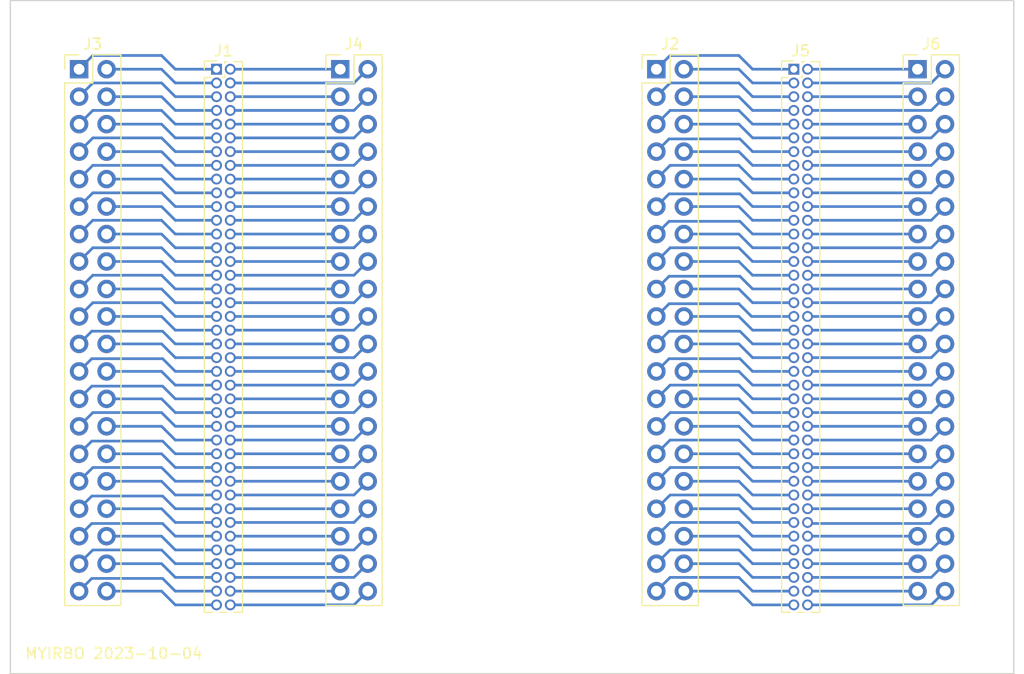
<source format=kicad_pcb>
(kicad_pcb (version 20221018) (generator pcbnew)
  (layers (0 "F.Cu" signal) (31 "B.Cu" signal) (34 "B.Paste" user) (35 "F.Paste" user) (36 "B.SilkS" user "B.Silkscreen") (37 "F.SilkS" user "F.Silkscreen") (38 "B.Mask" user) (39 "F.Mask" user) (44 "Edge.Cuts" user))
  (net 0 "")
  (net 1 "Net-(J1-Pin_1)")
  (net 2 "Net-(J1-Pin_2)")
  (net 3 "Net-(J1-Pin_7)")
  (net 4 "Net-(J1-Pin_3)")
  (net 5 "Net-(J1-Pin_4)")
  (net 6 "Net-(J1-Pin_9)")
  (net 7 "Net-(J1-Pin_5)")
  (net 8 "Net-(J1-Pin_11)")
  (net 9 "Net-(J1-Pin_6)")
  (net 10 "Net-(J1-Pin_13)")
  (net 11 "Net-(J1-Pin_8)")
  (net 12 "Net-(J1-Pin_16)")
  (net 13 "Net-(J1-Pin_10)")
  (net 14 "Net-(J1-Pin_12)")
  (net 15 "Net-(J1-Pin_17)")
  (net 16 "Net-(J1-Pin_18)")
  (net 17 "Net-(J1-Pin_19)")
  (net 18 "Net-(J1-Pin_20)")
  (net 19 "Net-(J1-Pin_21)")
  (net 20 "Net-(J1-Pin_22)")
  (net 21 "Net-(J1-Pin_23)")
  (net 22 "Net-(J1-Pin_26)")
  (net 23 "Net-(J1-Pin_27)")
  (net 24 "Net-(J1-Pin_28)")
  (net 25 "Net-(J1-Pin_29)")
  (net 26 "Net-(J1-Pin_30)")
  (net 27 "Net-(J1-Pin_31)")
  (net 28 "Net-(J1-Pin_32)")
  (net 29 "Net-(J1-Pin_33)")
  (net 30 "Net-(J1-Pin_36)")
  (net 31 "Net-(J1-Pin_37)")
  (net 32 "Net-(J1-Pin_38)")
  (net 33 "Net-(J1-Pin_39)")
  (net 34 "Net-(J1-Pin_40)")
  (net 35 "Net-(J1-Pin_41)")
  (net 36 "Net-(J1-Pin_42)")
  (net 37 "Net-(J1-Pin_43)")
  (net 38 "Net-(J1-Pin_45)")
  (net 39 "Net-(J1-Pin_47)")
  (net 40 "Net-(J1-Pin_14)")
  (net 41 "Net-(J1-Pin_76)")
  (net 42 "Net-(J1-Pin_78)")
  (net 43 "Net-(J1-Pin_80)")
  (net 44 "Net-(J2-Pin_7)")
  (net 45 "Net-(J2-Pin_9)")
  (net 46 "Net-(J2-Pin_11)")
  (net 47 "Net-(J2-Pin_13)")
  (net 48 "Net-(J2-Pin_16)")
  (net 49 "Net-(J2-Pin_17)")
  (net 50 "Net-(J2-Pin_18)")
  (net 51 "Net-(J2-Pin_19)")
  (net 52 "Net-(J2-Pin_20)")
  (net 53 "Net-(J2-Pin_21)")
  (net 54 "Net-(J2-Pin_22)")
  (net 55 "Net-(J2-Pin_23)")
  (net 56 "Net-(J2-Pin_26)")
  (net 57 "Net-(J2-Pin_27)")
  (net 58 "Net-(J2-Pin_28)")
  (net 59 "Net-(J2-Pin_29)")
  (net 60 "Net-(J2-Pin_30)")
  (net 61 "Net-(J2-Pin_31)")
  (net 62 "Net-(J2-Pin_32)")
  (net 63 "Net-(J2-Pin_33)")
  (net 64 "Net-(J2-Pin_36)")
  (net 65 "Net-(J2-Pin_37)")
  (net 66 "Net-(J2-Pin_38)")
  (net 67 "Net-(J2-Pin_39)")
  (net 68 "Net-(J2-Pin_40)")
  (net 69 "Net-(J1-Pin_15)")
  (net 70 "Net-(J1-Pin_24)")
  (net 71 "Net-(J1-Pin_25)")
  (net 72 "Net-(J1-Pin_34)")
  (net 73 "Net-(J1-Pin_35)")
  (net 74 "Net-(J1-Pin_44)")
  (net 75 "Net-(J1-Pin_46)")
  (net 76 "Net-(J1-Pin_48)")
  (net 77 "Net-(J1-Pin_49)")
  (net 78 "Net-(J1-Pin_50)")
  (net 79 "Net-(J1-Pin_51)")
  (net 80 "Net-(J1-Pin_52)")
  (net 81 "Net-(J1-Pin_53)")
  (net 82 "Net-(J1-Pin_54)")
  (net 83 "Net-(J1-Pin_55)")
  (net 84 "Net-(J1-Pin_56)")
  (net 85 "Net-(J1-Pin_57)")
  (net 86 "Net-(J1-Pin_58)")
  (net 87 "Net-(J1-Pin_59)")
  (net 88 "Net-(J1-Pin_60)")
  (net 89 "Net-(J1-Pin_61)")
  (net 90 "Net-(J1-Pin_62)")
  (net 91 "Net-(J1-Pin_63)")
  (net 92 "Net-(J1-Pin_64)")
  (net 93 "Net-(J1-Pin_65)")
  (net 94 "Net-(J1-Pin_66)")
  (net 95 "Net-(J1-Pin_67)")
  (net 96 "Net-(J1-Pin_68)")
  (net 97 "Net-(J1-Pin_69)")
  (net 98 "Net-(J1-Pin_70)")
  (net 99 "Net-(J1-Pin_71)")
  (net 100 "Net-(J1-Pin_72)")
  (net 101 "Net-(J1-Pin_73)")
  (net 102 "Net-(J1-Pin_74)")
  (net 103 "Net-(J1-Pin_75)")
  (net 104 "Net-(J1-Pin_77)")
  (net 105 "Net-(J1-Pin_79)")
  (net 106 "Net-(J2-Pin_1)")
  (net 107 "Net-(J2-Pin_2)")
  (net 108 "Net-(J2-Pin_3)")
  (net 109 "Net-(J2-Pin_4)")
  (net 110 "Net-(J2-Pin_5)")
  (net 111 "Net-(J2-Pin_6)")
  (net 112 "Net-(J2-Pin_8)")
  (net 113 "Net-(J2-Pin_10)")
  (net 114 "Net-(J2-Pin_12)")
  (net 115 "Net-(J2-Pin_14)")
  (net 116 "Net-(J2-Pin_15)")
  (net 117 "Net-(J2-Pin_24)")
  (net 118 "Net-(J2-Pin_25)")
  (net 119 "Net-(J2-Pin_34)")
  (net 120 "Net-(J2-Pin_35)")
  (net 121 "Net-(J5-Pin_2)")
  (net 122 "Net-(J5-Pin_4)")
  (net 123 "Net-(J5-Pin_6)")
  (net 124 "Net-(J5-Pin_8)")
  (net 125 "Net-(J5-Pin_10)")
  (net 126 "Net-(J5-Pin_12)")
  (net 127 "Net-(J5-Pin_14)")
  (net 128 "Net-(J5-Pin_16)")
  (net 129 "Net-(J5-Pin_18)")
  (net 130 "Net-(J5-Pin_20)")
  (net 131 "Net-(J5-Pin_22)")
  (net 132 "Net-(J5-Pin_24)")
  (net 133 "Net-(J5-Pin_26)")
  (net 134 "Net-(J5-Pin_28)")
  (net 135 "Net-(J5-Pin_30)")
  (net 136 "Net-(J5-Pin_32)")
  (net 137 "Net-(J5-Pin_34)")
  (net 138 "Net-(J5-Pin_36)")
  (net 139 "Net-(J5-Pin_38)")
  (net 140 "Net-(J5-Pin_40)")
  (net 141 "Net-(J5-Pin_42)")
  (net 142 "Net-(J5-Pin_44)")
  (net 143 "Net-(J5-Pin_46)")
  (net 144 "Net-(J5-Pin_48)")
  (net 145 "Net-(J5-Pin_50)")
  (net 146 "Net-(J5-Pin_52)")
  (net 147 "Net-(J5-Pin_54)")
  (net 148 "Net-(J5-Pin_56)")
  (net 149 "Net-(J5-Pin_58)")
  (net 150 "Net-(J5-Pin_60)")
  (net 151 "Net-(J5-Pin_62)")
  (net 152 "Net-(J5-Pin_64)")
  (net 153 "Net-(J5-Pin_66)")
  (net 154 "Net-(J5-Pin_68)")
  (net 155 "Net-(J5-Pin_70)")
  (net 156 "Net-(J5-Pin_72)")
  (net 157 "Net-(J5-Pin_74)")
  (net 158 "Net-(J5-Pin_76)")
  (net 159 "Net-(J5-Pin_78)")
  (net 160 "Net-(J5-Pin_80)")
  (footprint "Connector_PinHeader_2.54mm:PinHeader_2x20_P2.54mm_Vertical" (layer "F.Cu") (at 6.35 6.35)
    (fp_text reference "J3")
    (fp_text value "Conn_02x20_Odd_Even")
  )
  (footprint "Connector_PinHeader_2.54mm:PinHeader_2x20_P2.54mm_Vertical" (layer "F.Cu") (at 30.48 6.35)
    (fp_text reference "J4")
    (fp_text value "Conn_02x20_Odd_Even")
  )
  (footprint "Connector_PinHeader_1.27mm:PinHeader_2x40_P1.27mm_Vertical" (layer "F.Cu") (at 19.05 6.35)
    (fp_text reference "J1")
    (fp_text value "Conn_02x40_Odd_Even")
  )
  (footprint "Connector_PinHeader_2.54mm:PinHeader_2x20_P2.54mm_Vertical" (layer "F.Cu") (at 83.82 6.35)
    (fp_text reference "J6")
    (fp_text value "Conn_02x20_Odd_Even")
  )
  (footprint "Connector_PinHeader_2.54mm:PinHeader_2x20_P2.54mm_Vertical" (layer "F.Cu") (at 59.69 6.35)
    (fp_text reference "J2")
    (fp_text value "Conn_02x20_Odd_Even")
  )
  (footprint "Connector_PinHeader_1.27mm:PinHeader_2x40_P1.27mm_Vertical" (layer "F.Cu") (at 72.39 6.35)
    (fp_text reference "J5")
    (fp_text value "Conn_02x40_Odd_Even")
  )
  (gr_line (start 92.71 62.23) (end 0 62.23) (stroke (width 0.1)) (layer "Edge.Cuts"))
  (gr_line (start 0 62.23) (end 0 0) (stroke (width 0.1)) (layer "Edge.Cuts"))
  (gr_line (start 0 0) (end 92.71 0) (stroke (width 0.1)) (layer "Edge.Cuts"))
  (gr_rect (start 0 0) (end 92.71 62.23) (stroke (width 0.1)) (fill none) (layer "Edge.Cuts"))
  (gr_line (start 92.71 0) (end 92.71 62.23) (stroke (width 0.1)) (layer "Edge.Cuts"))
  (gr_text "MYIRBO 2023-10-04" (at 1.27 60.96) (layer "F.SilkS") (effects (font (size 1 1)) (justify left bottom)))
  (segment (start 15.24 6.35) (end 19.05 6.35) (width 0.25) (layer "B.Cu") (net 1))
  (segment (start 7.62 5.08) (end 13.97 5.08) (width 0.25) (layer "B.Cu") (net 1))
  (segment (start 13.97 5.08) (end 15.24 6.35) (width 0.25) (layer "B.Cu") (net 1))
  (segment (start 6.35 6.35) (end 7.62 5.08) (width 0.25) (layer "B.Cu") (net 1))
  (segment (start 20.32 6.35) (end 30.48 6.35) (width 0.25) (layer "B.Cu") (net 2))
  (segment (start 15.24 10.16) (end 19.05 10.16) (width 0.25) (layer "B.Cu") (net 3))
  (segment (start 13.97 8.89) (end 15.24 10.16) (width 0.25) (layer "B.Cu") (net 3))
  (segment (start 8.89 8.89) (end 13.97 8.89) (width 0.25) (layer "B.Cu") (net 3))
  (segment (start 8.89 6.35) (end 13.97 6.35) (width 0.25) (layer "B.Cu") (net 4))
  (segment (start 15.24 7.62) (end 19.05 7.62) (width 0.25) (layer "B.Cu") (net 4))
  (segment (start 13.97 6.35) (end 15.24 7.62) (width 0.25) (layer "B.Cu") (net 4))
  (segment (start 31.75 7.62) (end 20.32 7.62) (width 0.25) (layer "B.Cu") (net 5))
  (segment (start 33.02 6.35) (end 31.75 7.62) (width 0.25) (layer "B.Cu") (net 5))
  (segment (start 15.24 11.43) (end 19.05 11.43) (width 0.25) (layer "B.Cu") (net 6))
  (segment (start 7.62 10.16) (end 13.97 10.16) (width 0.25) (layer "B.Cu") (net 6))
  (segment (start 6.35 11.43) (end 7.62 10.16) (width 0.25) (layer "B.Cu") (net 6))
  (segment (start 13.97 10.16) (end 15.24 11.43) (width 0.25) (layer "B.Cu") (net 6))
  (segment (start 13.97 7.62) (end 15.24 8.89) (width 0.25) (layer "B.Cu") (net 7))
  (segment (start 6.35 8.89) (end 7.62 7.62) (width 0.25) (layer "B.Cu") (net 7))
  (segment (start 15.24 8.89) (end 19.05 8.89) (width 0.25) (layer "B.Cu") (net 7))
  (segment (start 7.62 7.62) (end 13.97 7.62) (width 0.25) (layer "B.Cu") (net 7))
  (segment (start 15.24 12.7) (end 19.05 12.7) (width 0.25) (layer "B.Cu") (net 8))
  (segment (start 13.97 11.43) (end 15.24 12.7) (width 0.25) (layer "B.Cu") (net 8))
  (segment (start 8.89 11.43) (end 13.97 11.43) (width 0.25) (layer "B.Cu") (net 8))
  (segment (start 20.32 8.89) (end 30.48 8.89) (width 0.25) (layer "B.Cu") (net 9))
  (segment (start 6.35 13.97) (end 7.62 12.7) (width 0.25) (layer "B.Cu") (net 10))
  (segment (start 15.24 13.97) (end 19.05 13.97) (width 0.25) (layer "B.Cu") (net 10))
  (segment (start 13.97 12.7) (end 15.24 13.97) (width 0.25) (layer "B.Cu") (net 10))
  (segment (start 7.62 12.7) (end 13.97 12.7) (width 0.25) (layer "B.Cu") (net 10))
  (segment (start 33.02 8.89) (end 31.75 10.16) (width 0.25) (layer "B.Cu") (net 11))
  (segment (start 31.75 10.16) (end 20.32 10.16) (width 0.25) (layer "B.Cu") (net 11))
  (segment (start 33.02 13.97) (end 31.75 15.24) (width 0.25) (layer "B.Cu") (net 12))
  (segment (start 31.75 15.24) (end 20.32 15.24) (width 0.25) (layer "B.Cu") (net 12))
  (segment (start 20.32 11.43) (end 30.48 11.43) (width 0.25) (layer "B.Cu") (net 13))
  (segment (start 31.75 12.7) (end 20.32 12.7) (width 0.25) (layer "B.Cu") (net 14))
  (segment (start 33.02 11.43) (end 31.75 12.7) (width 0.25) (layer "B.Cu") (net 14))
  (segment (start 7.62 15.24) (end 13.97 15.24) (width 0.25) (layer "B.Cu") (net 15))
  (segment (start 13.97 15.24) (end 15.24 16.51) (width 0.25) (layer "B.Cu") (net 15))
  (segment (start 15.24 16.51) (end 19.05 16.51) (width 0.25) (layer "B.Cu") (net 15))
  (segment (start 6.35 16.51) (end 7.62 15.24) (width 0.25) (layer "B.Cu") (net 15))
  (segment (start 20.32 16.51) (end 30.48 16.51) (width 0.25) (layer "B.Cu") (net 16))
  (segment (start 13.97 16.51) (end 15.24 17.78) (width 0.25) (layer "B.Cu") (net 17))
  (segment (start 8.89 16.51) (end 13.97 16.51) (width 0.25) (layer "B.Cu") (net 17))
  (segment (start 15.24 17.78) (end 19.05 17.78) (width 0.25) (layer "B.Cu") (net 17))
  (segment (start 31.75 17.78) (end 20.32 17.78) (width 0.25) (layer "B.Cu") (net 18))
  (segment (start 33.02 16.51) (end 31.75 17.78) (width 0.25) (layer "B.Cu") (net 18))
  (segment (start 15.24 19.05) (end 19.05 19.05) (width 0.25) (layer "B.Cu") (net 19))
  (segment (start 7.62 17.78) (end 13.97 17.78) (width 0.25) (layer "B.Cu") (net 19))
  (segment (start 13.97 17.78) (end 15.24 19.05) (width 0.25) (layer "B.Cu") (net 19))
  (segment (start 6.35 19.05) (end 7.62 17.78) (width 0.25) (layer "B.Cu") (net 19))
  (segment (start 20.32 19.05) (end 30.48 19.05) (width 0.25) (layer "B.Cu") (net 20))
  (segment (start 13.97 19.05) (end 15.24 20.32) (width 0.25) (layer "B.Cu") (net 21))
  (segment (start 8.89 19.05) (end 13.97 19.05) (width 0.25) (layer "B.Cu") (net 21))
  (segment (start 15.24 20.32) (end 19.05 20.32) (width 0.25) (layer "B.Cu") (net 21))
  (segment (start 20.32 21.59) (end 30.48 21.59) (width 0.25) (layer "B.Cu") (net 22))
  (segment (start 8.89 21.59) (end 13.97 21.59) (width 0.25) (layer "B.Cu") (net 23))
  (segment (start 15.24 22.86) (end 19.05 22.86) (width 0.25) (layer "B.Cu") (net 23))
  (segment (start 13.97 21.59) (end 15.24 22.86) (width 0.25) (layer "B.Cu") (net 23))
  (segment (start 33.02 21.59) (end 31.75 22.86) (width 0.25) (layer "B.Cu") (net 24))
  (segment (start 31.75 22.86) (end 20.32 22.86) (width 0.25) (layer "B.Cu") (net 24))
  (segment (start 6.35 24.13) (end 7.62 22.86) (width 0.25) (layer "B.Cu") (net 25))
  (segment (start 7.62 22.86) (end 13.97 22.86) (width 0.25) (layer "B.Cu") (net 25))
  (segment (start 13.97 22.86) (end 15.24 24.13) (width 0.25) (layer "B.Cu") (net 25))
  (segment (start 15.24 24.13) (end 19.05 24.13) (width 0.25) (layer "B.Cu") (net 25))
  (segment (start 20.32 24.13) (end 30.48 24.13) (width 0.25) (layer "B.Cu") (net 26))
  (segment (start 13.97 24.13) (end 15.24 25.4) (width 0.25) (layer "B.Cu") (net 27))
  (segment (start 15.24 25.4) (end 19.05 25.4) (width 0.25) (layer "B.Cu") (net 27))
  (segment (start 8.89 24.13) (end 13.97 24.13) (width 0.25) (layer "B.Cu") (net 27))
  (segment (start 33.02 24.13) (end 31.75 25.4) (width 0.25) (layer "B.Cu") (net 28))
  (segment (start 31.75 25.4) (end 20.32 25.4) (width 0.25) (layer "B.Cu") (net 28))
  (segment (start 6.35 26.67) (end 7.62 25.4) (width 0.25) (layer "B.Cu") (net 29))
  (segment (start 7.62 25.4) (end 13.97 25.4) (width 0.25) (layer "B.Cu") (net 29))
  (segment (start 13.97 25.4) (end 15.24 26.67) (width 0.25) (layer "B.Cu") (net 29))
  (segment (start 15.24 26.67) (end 19.05 26.67) (width 0.25) (layer "B.Cu") (net 29))
  (segment (start 33.02 26.67) (end 31.75 27.94) (width 0.25) (layer "B.Cu") (net 30))
  (segment (start 31.75 27.94) (end 20.32 27.94) (width 0.25) (layer "B.Cu") (net 30))
  (segment (start 13.97 27.94) (end 15.24 29.21) (width 0.25) (layer "B.Cu") (net 31))
  (segment (start 7.62 27.94) (end 13.97 27.94) (width 0.25) (layer "B.Cu") (net 31))
  (segment (start 6.35 29.21) (end 7.62 27.94) (width 0.25) (layer "B.Cu") (net 31))
  (segment (start 15.24 29.21) (end 19.05 29.21) (width 0.25) (layer "B.Cu") (net 31))
  (segment (start 20.32 29.21) (end 30.48 29.21) (width 0.25) (layer "B.Cu") (net 32))
  (segment (start 8.89 29.21) (end 13.97 29.21) (width 0.25) (layer "B.Cu") (net 33))
  (segment (start 15.24 30.48) (end 19.05 30.48) (width 0.25) (layer "B.Cu") (net 33))
  (segment (start 13.97 29.21) (end 15.24 30.48) (width 0.25) (layer "B.Cu") (net 33))
  (segment (start 33.02 29.21) (end 31.75 30.48) (width 0.25) (layer "B.Cu") (net 34))
  (segment (start 31.75 30.48) (end 20.32 30.48) (width 0.25) (layer "B.Cu") (net 34))
  (segment (start 15.24 31.75) (end 19.05 31.75) (width 0.25) (layer "B.Cu") (net 35))
  (segment (start 14.065 30.575) (end 15.24 31.75) (width 0.25) (layer "B.Cu") (net 35))
  (segment (start 7.525 30.575) (end 14.065 30.575) (width 0.25) (layer "B.Cu") (net 35))
  (segment (start 6.35 31.75) (end 7.525 30.575) (width 0.25) (layer "B.Cu") (net 35))
  (segment (start 20.32 31.75) (end 30.48 31.75) (width 0.25) (layer "B.Cu") (net 36))
  (segment (start 15.24 33.02) (end 19.05 33.02) (width 0.25) (layer "B.Cu") (net 37))
  (segment (start 8.89 31.75) (end 13.97 31.75) (width 0.25) (layer "B.Cu") (net 37))
  (segment (start 13.97 31.75) (end 15.24 33.02) (width 0.25) (layer "B.Cu") (net 37))
  (segment (start 14.065 33.115) (end 15.24 34.29) (width 0.25) (layer "B.Cu") (net 38))
  (segment (start 6.35 34.29) (end 7.525 33.115) (width 0.25) (layer "B.Cu") (net 38))
  (segment (start 15.24 34.29) (end 19.05 34.29) (width 0.25) (layer "B.Cu") (net 38))
  (segment (start 7.525 33.115) (end 14.065 33.115) (width 0.25) (layer "B.Cu") (net 38))
  (segment (start 13.97 34.29) (end 15.24 35.56) (width 0.25) (layer "B.Cu") (net 39))
  (segment (start 15.24 35.56) (end 19.05 35.56) (width 0.25) (layer "B.Cu") (net 39))
  (segment (start 8.89 34.29) (end 13.97 34.29) (width 0.25) (layer "B.Cu") (net 39))
  (segment (start 20.32 13.97) (end 30.48 13.97) (width 0.25) (layer "B.Cu") (net 40))
  (segment (start 33.02 52.07) (end 31.75 53.34) (width 0.25) (layer "B.Cu") (net 41))
  (segment (start 31.75 53.34) (end 20.32 53.34) (width 0.25) (layer "B.Cu") (net 41))
  (segment (start 20.32 54.61) (end 30.48 54.61) (width 0.25) (layer "B.Cu") (net 42))
  (segment (start 31.75 55.88) (end 20.32 55.88) (width 0.25) (layer "B.Cu") (net 43))
  (segment (start 33.02 54.61) (end 31.75 55.88) (width 0.25) (layer "B.Cu") (net 43))
  (segment (start 60.865 12.795) (end 67.405 12.795) (width 0.25) (layer "B.Cu") (net 44))
  (segment (start 67.405 12.795) (end 68.58 13.97) (width 0.25) (layer "B.Cu") (net 44))
  (segment (start 68.58 13.97) (end 72.39 13.97) (width 0.25) (layer "B.Cu") (net 44))
  (segment (start 59.69 13.97) (end 60.865 12.795) (width 0.25) (layer "B.Cu") (net 44))
  (segment (start 59.69 16.51) (end 60.96 15.24) (width 0.25) (layer "B.Cu") (net 45))
  (segment (start 67.31 15.24) (end 68.58 16.51) (width 0.25) (layer "B.Cu") (net 45))
  (segment (start 60.96 15.24) (end 67.31 15.24) (width 0.25) (layer "B.Cu") (net 45))
  (segment (start 68.58 16.51) (end 72.39 16.51) (width 0.25) (layer "B.Cu") (net 45))
  (segment (start 68.58 19.05) (end 72.39 19.05) (width 0.25) (layer "B.Cu") (net 46))
  (segment (start 60.865 17.875) (end 67.405 17.875) (width 0.25) (layer "B.Cu") (net 46))
  (segment (start 59.69 19.05) (end 60.865 17.875) (width 0.25) (layer "B.Cu") (net 46))
  (segment (start 67.405 17.875) (end 68.58 19.05) (width 0.25) (layer "B.Cu") (net 46))
  (segment (start 68.58 21.59) (end 72.39 21.59) (width 0.25) (layer "B.Cu") (net 47))
  (segment (start 67.405 20.415) (end 68.58 21.59) (width 0.25) (layer "B.Cu") (net 47))
  (segment (start 60.865 20.415) (end 67.405 20.415) (width 0.25) (layer "B.Cu") (net 47))
  (segment (start 59.69 21.59) (end 60.865 20.415) (width 0.25) (layer "B.Cu") (net 47))
  (segment (start 67.31 24.13) (end 62.23 24.13) (width 0.25) (layer "B.Cu") (net 48))
  (segment (start 72.39 25.4) (end 68.58 25.4) (width 0.25) (layer "B.Cu") (net 48))
  (segment (start 68.58 25.4) (end 67.31 24.13) (width 0.25) (layer "B.Cu") (net 48))
  (segment (start 59.69 26.67) (end 60.865 25.495) (width 0.25) (layer "B.Cu") (net 49))
  (segment (start 60.865 25.495) (end 67.405 25.495) (width 0.25) (layer "B.Cu") (net 49))
  (segment (start 67.405 25.495) (end 68.58 26.67) (width 0.25) (layer "B.Cu") (net 49))
  (segment (start 68.58 26.67) (end 72.39 26.67) (width 0.25) (layer "B.Cu") (net 49))
  (segment (start 68.58 27.94) (end 72.39 27.94) (width 0.25) (layer "B.Cu") (net 50))
  (segment (start 62.23 26.67) (end 67.31 26.67) (width 0.25) (layer "B.Cu") (net 50))
  (segment (start 67.31 26.67) (end 68.58 27.94) (width 0.25) (layer "B.Cu") (net 50))
  (segment (start 60.865 28.035) (end 67.31 28.035) (width 0.25) (layer "B.Cu") (net 51))
  (segment (start 68.485 29.21) (end 72.39 29.21) (width 0.25) (layer "B.Cu") (net 51))
  (segment (start 59.69 29.21) (end 60.865 28.035) (width 0.25) (layer "B.Cu") (net 51))
  (segment (start 67.31 28.035) (end 68.485 29.21) (width 0.25) (layer "B.Cu") (net 51))
  (segment (start 67.31 29.21) (end 62.23 29.21) (width 0.25) (layer "B.Cu") (net 52))
  (segment (start 72.39 30.48) (end 68.58 30.48) (width 0.25) (layer "B.Cu") (net 52))
  (segment (start 68.58 30.48) (end 67.31 29.21) (width 0.25) (layer "B.Cu") (net 52))
  (segment (start 68.58 31.75) (end 72.39 31.75) (width 0.25) (layer "B.Cu") (net 53))
  (segment (start 60.865 30.575) (end 67.405 30.575) (width 0.25) (layer "B.Cu") (net 53))
  (segment (start 67.405 30.575) (end 68.58 31.75) (width 0.25) (layer "B.Cu") (net 53))
  (segment (start 59.69 31.75) (end 60.865 30.575) (width 0.25) (layer "B.Cu") (net 53))
  (segment (start 68.58 33.02) (end 72.39 33.02) (width 0.25) (layer "B.Cu") (net 54))
  (segment (start 62.23 31.75) (end 67.31 31.75) (width 0.25) (layer "B.Cu") (net 54))
  (segment (start 67.31 31.75) (end 68.58 33.02) (width 0.25) (layer "B.Cu") (net 54))
  (segment (start 68.58 34.29) (end 72.39 34.29) (width 0.25) (layer "B.Cu") (net 55))
  (segment (start 67.405 33.115) (end 68.58 34.29) (width 0.25) (layer "B.Cu") (net 55))
  (segment (start 60.865 33.115) (end 67.405 33.115) (width 0.25) (layer "B.Cu") (net 55))
  (segment (start 59.69 34.29) (end 60.865 33.115) (width 0.25) (layer "B.Cu") (net 55))
  (segment (start 68.58 38.1) (end 72.39 38.1) (width 0.25) (layer "B.Cu") (net 56))
  (segment (start 62.23 36.83) (end 67.31 36.83) (width 0.25) (layer "B.Cu") (net 56))
  (segment (start 67.31 36.83) (end 68.58 38.1) (width 0.25) (layer "B.Cu") (net 56))
  (segment (start 67.31 38.1) (end 68.58 39.37) (width 0.25) (layer "B.Cu") (net 57))
  (segment (start 68.58 39.37) (end 72.39 39.37) (width 0.25) (layer "B.Cu") (net 57))
  (segment (start 60.96 38.1) (end 67.31 38.1) (width 0.25) (layer "B.Cu") (net 57))
  (segment (start 59.69 39.37) (end 60.96 38.1) (width 0.25) (layer "B.Cu") (net 57))
  (segment (start 68.58 40.64) (end 67.31 39.37) (width 0.25) (layer "B.Cu") (net 58))
  (segment (start 67.31 39.37) (end 62.23 39.37) (width 0.25) (layer "B.Cu") (net 58))
  (segment (start 72.39 40.64) (end 68.58 40.64) (width 0.25) (layer "B.Cu") (net 58))
  (segment (start 60.96 40.64) (end 67.31 40.64) (width 0.25) (layer "B.Cu") (net 59))
  (segment (start 68.58 41.91) (end 72.39 41.91) (width 0.25) (layer "B.Cu") (net 59))
  (segment (start 59.69 41.91) (end 60.96 40.64) (width 0.25) (layer "B.Cu") (net 59))
  (segment (start 67.31 40.64) (end 68.58 41.91) (width 0.25) (layer "B.Cu") (net 59))
  (segment (start 68.58 43.18) (end 72.39 43.18) (width 0.25) (layer "B.Cu") (net 60))
  (segment (start 62.23 41.91) (end 67.31 41.91) (width 0.25) (layer "B.Cu") (net 60))
  (segment (start 67.31 41.91) (end 68.58 43.18) (width 0.25) (layer "B.Cu") (net 60))
  (segment (start 67.31 43.18) (end 68.58 44.45) (width 0.25) (layer "B.Cu") (net 61))
  (segment (start 59.69 44.45) (end 60.96 43.18) (width 0.25) (layer "B.Cu") (net 61))
  (segment (start 60.96 43.18) (end 67.31 43.18) (width 0.25) (layer "B.Cu") (net 61))
  (segment (start 68.58 44.45) (end 72.39 44.45) (width 0.25) (layer "B.Cu") (net 61))
  (segment (start 67.31 44.45) (end 62.23 44.45) (width 0.25) (layer "B.Cu") (net 62))
  (segment (start 72.39 45.72) (end 68.58 45.72) (width 0.25) (layer "B.Cu") (net 62))
  (segment (start 68.58 45.72) (end 67.31 44.45) (width 0.25) (layer "B.Cu") (net 62))
  (segment (start 67.31 45.72) (end 68.58 46.99) (width 0.25) (layer "B.Cu") (net 63))
  (segment (start 60.96 45.72) (end 67.31 45.72) (width 0.25) (layer "B.Cu") (net 63))
  (segment (start 59.69 46.99) (end 60.96 45.72) (width 0.25) (layer "B.Cu") (net 63))
  (segment (start 68.58 46.99) (end 72.39 46.99) (width 0.25) (layer "B.Cu") (net 63))
  (segment (start 68.58 50.8) (end 67.31 49.53) (width 0.25) (layer "B.Cu") (net 64))
  (segment (start 67.31 49.53) (end 62.23 49.53) (width 0.25) (layer "B.Cu") (net 64))
  (segment (start 72.39 50.8) (end 68.58 50.8) (width 0.25) (layer "B.Cu") (net 64))
  (segment (start 59.69 52.07) (end 60.96 50.8) (width 0.25) (layer "B.Cu") (net 65))
  (segment (start 67.31 50.8) (end 68.58 52.07) (width 0.25) (layer "B.Cu") (net 65))
  (segment (start 68.58 52.07) (end 72.39 52.07) (width 0.25) (layer "B.Cu") (net 65))
  (segment (start 60.96 50.8) (end 67.31 50.8) (width 0.25) (layer "B.Cu") (net 65))
  (segment (start 67.31 52.07) (end 68.58 53.34) (width 0.25) (layer "B.Cu") (net 66))
  (segment (start 68.58 53.34) (end 72.39 53.34) (width 0.25) (layer "B.Cu") (net 66))
  (segment (start 62.23 52.07) (end 67.31 52.07) (width 0.25) (layer "B.Cu") (net 66))
  (segment (start 60.96 53.34) (end 67.31 53.34) (width 0.25) (layer "B.Cu") (net 67))
  (segment (start 67.31 53.34) (end 68.58 54.61) (width 0.25) (layer "B.Cu") (net 67))
  (segment (start 59.69 54.61) (end 60.96 53.34) (width 0.25) (layer "B.Cu") (net 67))
  (segment (start 68.58 54.61) (end 72.39 54.61) (width 0.25) (layer "B.Cu") (net 67))
  (segment (start 67.31 54.61) (end 62.23 54.61) (width 0.25) (layer "B.Cu") (net 68))
  (segment (start 68.58 55.88) (end 67.31 54.61) (width 0.25) (layer "B.Cu") (net 68))
  (segment (start 72.39 55.88) (end 68.58 55.88) (width 0.25) (layer "B.Cu") (net 68))
  (segment (start 15.24 15.24) (end 19.05 15.24) (width 0.25) (layer "B.Cu") (net 69))
  (segment (start 13.97 13.97) (end 15.24 15.24) (width 0.25) (layer "B.Cu") (net 69))
  (segment (start 8.89 13.97) (end 13.97 13.97) (width 0.25) (layer "B.Cu") (net 69))
  (segment (start 33.02 19.05) (end 31.75 20.32) (width 0.25) (layer "B.Cu") (net 70))
  (segment (start 31.75 20.32) (end 20.32 20.32) (width 0.25) (layer "B.Cu") (net 70))
  (segment (start 6.35 21.59) (end 7.62 20.32) (width 0.25) (layer "B.Cu") (net 71))
  (segment (start 7.62 20.32) (end 13.97 20.32) (width 0.25) (layer "B.Cu") (net 71))
  (segment (start 13.97 20.32) (end 15.24 21.59) (width 0.25) (layer "B.Cu") (net 71))
  (segment (start 15.24 21.59) (end 19.05 21.59) (width 0.25) (layer "B.Cu") (net 71))
  (segment (start 20.32 26.67) (end 30.48 26.67) (width 0.25) (layer "B.Cu") (net 72))
  (segment (start 8.89 26.67) (end 13.97 26.67) (width 0.25) (layer "B.Cu") (net 73))
  (segment (start 13.97 26.67) (end 15.24 27.94) (width 0.25) (layer "B.Cu") (net 73))
  (segment (start 15.24 27.94) (end 19.05 27.94) (width 0.25) (layer "B.Cu") (net 73))
  (segment (start 31.75 33.02) (end 20.32 33.02) (width 0.25) (layer "B.Cu") (net 74))
  (segment (start 33.02 31.75) (end 31.75 33.02) (width 0.25) (layer "B.Cu") (net 74))
  (segment (start 20.32 34.29) (end 30.48 34.29) (width 0.25) (layer "B.Cu") (net 75))
  (segment (start 31.75 35.56) (end 20.32 35.56) (width 0.25) (layer "B.Cu") (net 76))
  (segment (start 33.02 34.29) (end 31.75 35.56) (width 0.25) (layer "B.Cu") (net 76))
  (segment (start 14.065 35.655) (end 15.24 36.83) (width 0.25) (layer "B.Cu") (net 77))
  (segment (start 7.525 35.655) (end 14.065 35.655) (width 0.25) (layer "B.Cu") (net 77))
  (segment (start 6.35 36.83) (end 7.525 35.655) (width 0.25) (layer "B.Cu") (net 77))
  (segment (start 15.24 36.83) (end 19.05 36.83) (width 0.25) (layer "B.Cu") (net 77))
  (segment (start 20.32 36.83) (end 30.48 36.83) (width 0.25) (layer "B.Cu") (net 78))
  (segment (start 13.97 36.83) (end 15.24 38.1) (width 0.25) (layer "B.Cu") (net 79))
  (segment (start 15.24 38.1) (end 19.05 38.1) (width 0.25) (layer "B.Cu") (net 79))
  (segment (start 8.89 36.83) (end 13.97 36.83) (width 0.25) (layer "B.Cu") (net 79))
  (segment (start 31.75 38.1) (end 20.32 38.1) (width 0.25) (layer "B.Cu") (net 80))
  (segment (start 33.02 36.83) (end 31.75 38.1) (width 0.25) (layer "B.Cu") (net 80))
  (segment (start 15.24 39.37) (end 19.05 39.37) (width 0.25) (layer "B.Cu") (net 81))
  (segment (start 7.62 38.1) (end 13.97 38.1) (width 0.25) (layer "B.Cu") (net 81))
  (segment (start 6.35 39.37) (end 7.62 38.1) (width 0.25) (layer "B.Cu") (net 81))
  (segment (start 13.97 38.1) (end 15.24 39.37) (width 0.25) (layer "B.Cu") (net 81))
  (segment (start 20.32 39.37) (end 30.48 39.37) (width 0.25) (layer "B.Cu") (net 82))
  (segment (start 13.97 39.37) (end 15.24 40.64) (width 0.25) (layer "B.Cu") (net 83))
  (segment (start 15.24 40.64) (end 19.05 40.64) (width 0.25) (layer "B.Cu") (net 83))
  (segment (start 8.89 39.37) (end 13.97 39.37) (width 0.25) (layer "B.Cu") (net 83))
  (segment (start 33.02 39.37) (end 31.75 40.64) (width 0.25) (layer "B.Cu") (net 84))
  (segment (start 31.75 40.64) (end 20.32 40.64) (width 0.25) (layer "B.Cu") (net 84))
  (segment (start 15.24 41.91) (end 19.05 41.91) (width 0.25) (layer "B.Cu") (net 85))
  (segment (start 6.35 41.91) (end 7.525 40.735) (width 0.25) (layer "B.Cu") (net 85))
  (segment (start 14.065 40.735) (end 15.24 41.91) (width 0.25) (layer "B.Cu") (net 85))
  (segment (start 7.525 40.735) (end 14.065 40.735) (width 0.25) (layer "B.Cu") (net 85))
  (segment (start 20.32 41.91) (end 30.48 41.91) (width 0.25) (layer "B.Cu") (net 86))
  (segment (start 8.89 41.91) (end 13.97 41.91) (width 0.25) (layer "B.Cu") (net 87))
  (segment (start 13.97 41.91) (end 15.24 43.18) (width 0.25) (layer "B.Cu") (net 87))
  (segment (start 15.24 43.18) (end 19.05 43.18) (width 0.25) (layer "B.Cu") (net 87))
  (segment (start 33.02 41.91) (end 31.75 43.18) (width 0.25) (layer "B.Cu") (net 88))
  (segment (start 31.75 43.18) (end 20.32 43.18) (width 0.25) (layer "B.Cu") (net 88))
  (segment (start 7.62 43.18) (end 13.97 43.18) (width 0.25) (layer "B.Cu") (net 89))
  (segment (start 15.24 44.45) (end 19.05 44.45) (width 0.25) (layer "B.Cu") (net 89))
  (segment (start 6.35 44.45) (end 7.62 43.18) (width 0.25) (layer "B.Cu") (net 89))
  (segment (start 13.97 43.18) (end 15.24 44.45) (width 0.25) (layer "B.Cu") (net 89))
  (segment (start 20.32 44.45) (end 30.48 44.45) (width 0.25) (layer "B.Cu") (net 90))
  (segment (start 8.89 44.45) (end 13.97 44.45) (width 0.25) (layer "B.Cu") (net 91))
  (segment (start 13.97 44.45) (end 15.24 45.72) (width 0.25) (layer "B.Cu") (net 91))
  (segment (start 15.24 45.72) (end 19.05 45.72) (width 0.25) (layer "B.Cu") (net 91))
  (segment (start 33.02 44.45) (end 31.75 45.72) (width 0.25) (layer "B.Cu") (net 92))
  (segment (start 31.75 45.72) (end 20.32 45.72) (width 0.25) (layer "B.Cu") (net 92))
  (segment (start 15.24 46.99) (end 19.05 46.99) (width 0.25) (layer "B.Cu") (net 93))
  (segment (start 7.525 45.815) (end 14.065 45.815) (width 0.25) (layer "B.Cu") (net 93))
  (segment (start 14.065 45.815) (end 15.24 46.99) (width 0.25) (layer "B.Cu") (net 93))
  (segment (start 6.35 46.99) (end 7.525 45.815) (width 0.25) (layer "B.Cu") (net 93))
  (segment (start 20.32 46.99) (end 30.48 46.99) (width 0.25) (layer "B.Cu") (net 94))
  (segment (start 15.24 48.26) (end 19.05 48.26) (width 0.25) (layer "B.Cu") (net 95))
  (segment (start 13.97 46.99) (end 15.24 48.26) (width 0.25) (layer "B.Cu") (net 95))
  (segment (start 8.89 46.99) (end 13.97 46.99) (width 0.25) (layer "B.Cu") (net 95))
  (segment (start 33.02 46.99) (end 31.75 48.26) (width 0.25) (layer "B.Cu") (net 96))
  (segment (start 31.75 48.26) (end 20.32 48.26) (width 0.25) (layer "B.Cu") (net 96))
  (segment (start 14.065 48.355) (end 15.24 49.53) (width 0.25) (layer "B.Cu") (net 97))
  (segment (start 6.35 49.53) (end 7.525 48.355) (width 0.25) (layer "B.Cu") (net 97))
  (segment (start 15.24 49.53) (end 19.05 49.53) (width 0.25) (layer "B.Cu") (net 97))
  (segment (start 7.525 48.355) (end 14.065 48.355) (width 0.25) (layer "B.Cu") (net 97))
  (segment (start 20.32 49.53) (end 30.48 49.53) (width 0.25) (layer "B.Cu") (net 98))
  (segment (start 13.97 49.53) (end 15.24 50.8) (width 0.25) (layer "B.Cu") (net 99))
  (segment (start 15.24 50.8) (end 19.05 50.8) (width 0.25) (layer "B.Cu") (net 99))
  (segment (start 8.89 49.53) (end 13.97 49.53) (width 0.25) (layer "B.Cu") (net 99))
  (segment (start 33.02 49.53) (end 31.75 50.8) (width 0.25) (layer "B.Cu") (net 100))
  (segment (start 31.75 50.8) (end 20.32 50.8) (width 0.25) (layer "B.Cu") (net 100))
  (segment (start 13.97 50.8) (end 15.24 52.07) (width 0.25) (layer "B.Cu") (net 101))
  (segment (start 15.24 52.07) (end 19.05 52.07) (width 0.25) (layer "B.Cu") (net 101))
  (segment (start 6.35 52.07) (end 7.62 50.8) (width 0.25) (layer "B.Cu") (net 101))
  (segment (start 7.62 50.8) (end 13.97 50.8) (width 0.25) (layer "B.Cu") (net 101))
  (segment (start 20.32 52.07) (end 30.48 52.07) (width 0.25) (layer "B.Cu") (net 102))
  (segment (start 8.89 52.07) (end 13.97 52.07) (width 0.25) (layer "B.Cu") (net 103))
  (segment (start 15.24 53.34) (end 19.05 53.34) (width 0.25) (layer "B.Cu") (net 103))
  (segment (start 13.97 52.07) (end 15.24 53.34) (width 0.25) (layer "B.Cu") (net 103))
  (segment (start 14.065 53.435) (end 15.24 54.61) (width 0.25) (layer "B.Cu") (net 104))
  (segment (start 15.24 54.61) (end 19.05 54.61) (width 0.25) (layer "B.Cu") (net 104))
  (segment (start 7.525 53.435) (end 14.065 53.435) (width 0.25) (layer "B.Cu") (net 104))
  (segment (start 6.35 54.61) (end 7.525 53.435) (width 0.25) (layer "B.Cu") (net 104))
  (segment (start 15.24 55.88) (end 19.05 55.88) (width 0.25) (layer "B.Cu") (net 105))
  (segment (start 8.89 54.61) (end 13.97 54.61) (width 0.25) (layer "B.Cu") (net 105))
  (segment (start 13.97 54.61) (end 15.24 55.88) (width 0.25) (layer "B.Cu") (net 105))
  (segment (start 67.31 5.08) (end 68.58 6.35) (width 0.25) (layer "B.Cu") (net 106))
  (segment (start 68.58 6.35) (end 72.39 6.35) (width 0.25) (layer "B.Cu") (net 106))
  (segment (start 59.69 6.35) (end 60.96 5.08) (width 0.25) (layer "B.Cu") (net 106))
  (segment (start 60.96 5.08) (end 67.31 5.08) (width 0.25) (layer "B.Cu") (net 106))
  (segment (start 62.23 6.35) (end 67.31 6.35) (width 0.25) (layer "B.Cu") (net 107))
  (segment (start 68.58 7.62) (end 72.39 7.62) (width 0.25) (layer "B.Cu") (net 107))
  (segment (start 67.31 6.35) (end 68.58 7.62) (width 0.25) (layer "B.Cu") (net 107))
  (segment (start 67.31 7.62) (end 60.96 7.62) (width 0.25) (layer "B.Cu") (net 108))
  (segment (start 60.96 7.62) (end 59.69 8.89) (width 0.25) (layer "B.Cu") (net 108))
  (segment (start 67.31 7.62) (end 68.58 8.89) (width 0.25) (layer "B.Cu") (net 108))
  (segment (start 68.58 8.89) (end 72.39 8.89) (width 0.25) (layer "B.Cu") (net 108))
  (segment (start 68.58 10.16) (end 67.31 8.89) (width 0.25) (layer "B.Cu") (net 109))
  (segment (start 67.31 8.89) (end 62.23 8.89) (width 0.25) (layer "B.Cu") (net 109))
  (segment (start 72.39 10.16) (end 68.58 10.16) (width 0.25) (layer "B.Cu") (net 109))
  (segment (start 60.96 10.16) (end 67.31 10.16) (width 0.25) (layer "B.Cu") (net 110))
  (segment (start 68.58 11.43) (end 72.39 11.43) (width 0.25) (layer "B.Cu") (net 110))
  (segment (start 67.31 10.16) (end 68.58 11.43) (width 0.25) (layer "B.Cu") (net 110))
  (segment (start 59.69 11.43) (end 60.96 10.16) (width 0.25) (layer "B.Cu") (net 110))
  (segment (start 68.58 12.7) (end 72.39 12.7) (width 0.25) (layer "B.Cu") (net 111))
  (segment (start 62.23 11.43) (end 67.31 11.43) (width 0.25) (layer "B.Cu") (net 111))
  (segment (start 67.31 11.43) (end 68.58 12.7) (width 0.25) (layer "B.Cu") (net 111))
  (segment (start 68.58 15.24) (end 67.31 13.97) (width 0.25) (layer "B.Cu") (net 112))
  (segment (start 72.39 15.24) (end 68.58 15.24) (width 0.25) (layer "B.Cu") (net 112))
  (segment (start 67.31 13.97) (end 62.23 13.97) (width 0.25) (layer "B.Cu") (net 112))
  (segment (start 67.31 16.51) (end 68.58 17.78) (width 0.25) (layer "B.Cu") (net 113))
  (segment (start 68.58 17.78) (end 72.39 17.78) (width 0.25) (layer "B.Cu") (net 113))
  (segment (start 62.23 16.51) (end 67.31 16.51) (width 0.25) (layer "B.Cu") (net 113))
  (segment (start 67.31 19.05) (end 62.23 19.05) (width 0.25) (layer "B.Cu") (net 114))
  (segment (start 68.58 20.32) (end 67.31 19.05) (width 0.25) (layer "B.Cu") (net 114))
  (segment (start 72.39 20.32) (end 68.58 20.32) (width 0.25) (layer "B.Cu") (net 114))
  (segment (start 68.58 22.86) (end 72.39 22.86) (width 0.25) (layer "B.Cu") (net 115))
  (segment (start 62.23 21.59) (end 67.31 21.59) (width 0.25) (layer "B.Cu") (net 115))
  (segment (start 67.31 21.59) (end 68.58 22.86) (width 0.25) (layer "B.Cu") (net 115))
  (segment (start 60.96 22.86) (end 67.31 22.86) (width 0.25) (layer "B.Cu") (net 116))
  (segment (start 59.69 24.13) (end 60.96 22.86) (width 0.25) (layer "B.Cu") (net 116))
  (segment (start 68.58 24.13) (end 72.39 24.13) (width 0.25) (layer "B.Cu") (net 116))
  (segment (start 67.31 22.86) (end 68.58 24.13) (width 0.25) (layer "B.Cu") (net 116))
  (segment (start 72.39 35.56) (end 68.58 35.56) (width 0.25) (layer "B.Cu") (net 117))
  (segment (start 68.58 35.56) (end 67.31 34.29) (width 0.25) (layer "B.Cu") (net 117))
  (segment (start 67.31 34.29) (end 62.23 34.29) (width 0.25) (layer "B.Cu") (net 117))
  (segment (start 60.96 35.56) (end 67.31 35.56) (width 0.25) (layer "B.Cu") (net 118))
  (segment (start 59.69 36.83) (end 60.96 35.56) (width 0.25) (layer "B.Cu") (net 118))
  (segment (start 68.58 36.83) (end 72.39 36.83) (width 0.25) (layer "B.Cu") (net 118))
  (segment (start 67.31 35.56) (end 68.58 36.83) (width 0.25) (layer "B.Cu") (net 118))
  (segment (start 68.58 48.26) (end 72.39 48.26) (width 0.25) (layer "B.Cu") (net 119))
  (segment (start 62.23 46.99) (end 67.31 46.99) (width 0.25) (layer "B.Cu") (net 119))
  (segment (start 67.31 46.99) (end 68.58 48.26) (width 0.25) (layer "B.Cu") (net 119))
  (segment (start 68.58 49.53) (end 72.39 49.53) (width 0.25) (layer "B.Cu") (net 120))
  (segment (start 60.96 48.26) (end 67.31 48.26) (width 0.25) (layer "B.Cu") (net 120))
  (segment (start 59.69 49.53) (end 60.96 48.26) (width 0.25) (layer "B.Cu") (net 120))
  (segment (start 67.31 48.26) (end 68.58 49.53) (width 0.25) (layer "B.Cu") (net 120))
  (segment (start 73.66 6.35) (end 83.82 6.35) (width 0.25) (layer "B.Cu") (net 121))
  (segment (start 86.36 6.35) (end 85.09 7.62) (width 0.25) (layer "B.Cu") (net 122))
  (segment (start 85.09 7.62) (end 73.66 7.62) (width 0.25) (layer "B.Cu") (net 122))
  (segment (start 83.82 8.89) (end 73.66 8.89) (width 0.25) (layer "B.Cu") (net 123))
  (segment (start 85.09 10.16) (end 86.36 8.89) (width 0.25) (layer "B.Cu") (net 124))
  (segment (start 73.66 10.16) (end 85.09 10.16) (width 0.25) (layer "B.Cu") (net 124))
  (segment (start 73.66 11.43) (end 83.82 11.43) (width 0.25) (layer "B.Cu") (net 125))
  (segment (start 86.36 11.43) (end 85.09 12.7) (width 0.25) (layer "B.Cu") (net 126))
  (segment (start 85.09 12.7) (end 73.66 12.7) (width 0.25) (layer "B.Cu") (net 126))
  (segment (start 83.82 13.97) (end 73.66 13.97) (width 0.25) (layer "B.Cu") (net 127))
  (segment (start 85.09 15.24) (end 86.36 13.97) (width 0.25) (layer "B.Cu") (net 128))
  (segment (start 73.66 15.24) (end 85.09 15.24) (width 0.25) (layer "B.Cu") (net 128))
  (segment (start 73.66 16.51) (end 83.82 16.51) (width 0.25) (layer "B.Cu") (net 129))
  (segment (start 85.09 17.78) (end 73.66 17.78) (width 0.25) (layer "B.Cu") (net 130))
  (segment (start 86.36 16.51) (end 85.09 17.78) (width 0.25) (layer "B.Cu") (net 130))
  (segment (start 83.82 19.05) (end 73.66 19.05) (width 0.25) (layer "B.Cu") (net 131))
  (segment (start 85.09 20.32) (end 86.36 19.05) (width 0.25) (layer "B.Cu") (net 132))
  (segment (start 73.66 20.32) (end 85.09 20.32) (width 0.25) (layer "B.Cu") (net 132))
  (segment (start 73.66 21.59) (end 83.82 21.59) (width 0.25) (layer "B.Cu") (net 133))
  (segment (start 85.09 22.86) (end 73.66 22.86) (width 0.25) (layer "B.Cu") (net 134))
  (segment (start 86.36 21.59) (end 85.09 22.86) (width 0.25) (layer "B.Cu") (net 134))
  (segment (start 83.82 24.13) (end 73.66 24.13) (width 0.25) (layer "B.Cu") (net 135))
  (segment (start 85.09 25.4) (end 86.36 24.13) (width 0.25) (layer "B.Cu") (net 136))
  (segment (start 73.66 25.4) (end 85.09 25.4) (width 0.25) (layer "B.Cu") (net 136))
  (segment (start 73.66 26.67) (end 83.82 26.67) (width 0.25) (layer "B.Cu") (net 137))
  (segment (start 86.36 26.67) (end 85.09 27.94) (width 0.25) (layer "B.Cu") (net 138))
  (segment (start 85.09 27.94) (end 73.66 27.94) (width 0.25) (layer "B.Cu") (net 138))
  (segment (start 83.82 29.21) (end 73.66 29.21) (width 0.25) (layer "B.Cu") (net 139))
  (segment (start 85.09 30.48) (end 86.36 29.21) (width 0.25) (layer "B.Cu") (net 140))
  (segment (start 73.66 30.48) (end 85.09 30.48) (width 0.25) (layer "B.Cu") (net 140))
  (segment (start 73.66 31.75) (end 83.82 31.75) (width 0.25) (layer "B.Cu") (net 141))
  (segment (start 86.36 31.75) (end 85.09 33.02) (width 0.25) (layer "B.Cu") (net 142))
  (segment (start 85.09 33.02) (end 73.66 33.02) (width 0.25) (layer "B.Cu") (net 142))
  (segment (start 83.82 34.29) (end 73.66 34.29) (width 0.25) (layer "B.Cu") (net 143))
  (segment (start 85.09 35.56) (end 86.36 34.29) (width 0.25) (layer "B.Cu") (net 144))
  (segment (start 73.66 35.56) (end 85.09 35.56) (width 0.25) (layer "B.Cu") (net 144))
  (segment (start 73.66 36.83) (end 83.82 36.83) (width 0.25) (layer "B.Cu") (net 145))
  (segment (start 85.09 38.1) (end 73.66 38.1) (width 0.25) (layer "B.Cu") (net 146))
  (segment (start 86.36 36.83) (end 85.09 38.1) (width 0.25) (layer "B.Cu") (net 146))
  (segment (start 83.82 39.37) (end 73.66 39.37) (width 0.25) (layer "B.Cu") (net 147))
  (segment (start 73.66 40.64) (end 85.09 40.64) (width 0.25) (layer "B.Cu") (net 148))
  (segment (start 85.09 40.64) (end 86.36 39.37) (width 0.25) (layer "B.Cu") (net 148))
  (segment (start 73.66 41.91) (end 83.82 41.91) (width 0.25) (layer "B.Cu") (net 149))
  (segment (start 85.09 43.18) (end 73.66 43.18) (width 0.25) (layer "B.Cu") (net 150))
  (segment (start 86.36 41.91) (end 85.09 43.18) (width 0.25) (layer "B.Cu") (net 150))
  (segment (start 83.82 44.45) (end 73.66 44.45) (width 0.25) (layer "B.Cu") (net 151))
  (segment (start 73.66 45.72) (end 85.09 45.72) (width 0.25) (layer "B.Cu") (net 152))
  (segment (start 85.09 45.72) (end 86.36 44.45) (width 0.25) (layer "B.Cu") (net 152))
  (segment (start 73.66 46.99) (end 83.82 46.99) (width 0.25) (layer "B.Cu") (net 153))
  (segment (start 84.995 48.355) (end 73.755 48.355) (width 0.25) (layer "B.Cu") (net 154))
  (segment (start 73.755 48.355) (end 73.66 48.26) (width 0.25) (layer "B.Cu") (net 154))
  (segment (start 86.36 46.99) (end 84.995 48.355) (width 0.25) (layer "B.Cu") (net 154))
  (segment (start 83.82 49.53) (end 73.66 49.53) (width 0.25) (layer "B.Cu") (net 155))
  (segment (start 73.66 50.8) (end 85.09 50.8) (width 0.25) (layer "B.Cu") (net 156))
  (segment (start 85.09 50.8) (end 86.36 49.53) (width 0.25) (layer "B.Cu") (net 156))
  (segment (start 73.66 52.07) (end 83.82 52.07) (width 0.25) (layer "B.Cu") (net 157))
  (segment (start 85.09 53.34) (end 73.66 53.34) (width 0.25) (layer "B.Cu") (net 158))
  (segment (start 86.36 52.07) (end 85.09 53.34) (width 0.25) (layer "B.Cu") (net 158))
  (segment (start 83.82 54.61) (end 73.66 54.61) (width 0.25) (layer "B.Cu") (net 159))
  (segment (start 73.66 55.88) (end 85.09 55.88) (width 0.25) (layer "B.Cu") (net 160))
  (segment (start 85.09 55.88) (end 86.36 54.61) (width 0.25) (layer "B.Cu") (net 160))
)
</source>
